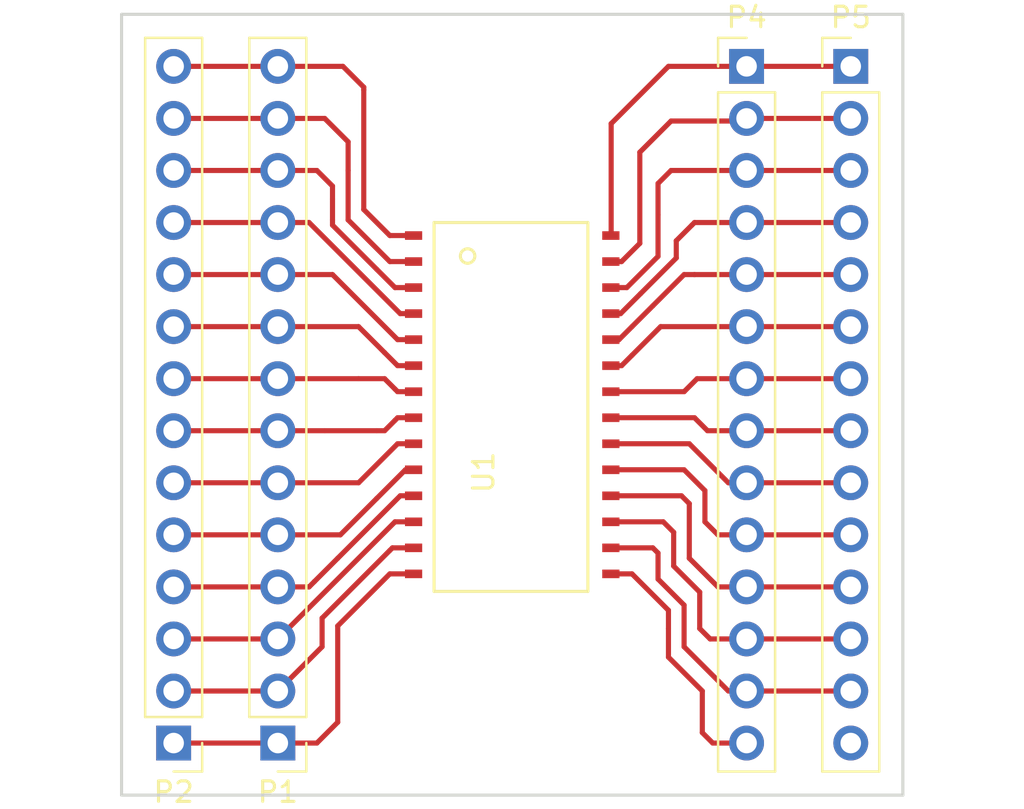
<source format=kicad_pcb>
(kicad_pcb (version 4) (host pcbnew 4.0.4-stable)

  (general
    (links 56)
    (no_connects 1)
    (area 0 0 0 0)
    (thickness 1.6)
    (drawings 4)
    (tracks 166)
    (zones 0)
    (modules 5)
    (nets 29)
  )

  (page A4)
  (layers
    (0 F.Cu signal)
    (31 B.Cu signal)
    (32 B.Adhes user)
    (33 F.Adhes user)
    (34 B.Paste user)
    (35 F.Paste user)
    (36 B.SilkS user)
    (37 F.SilkS user)
    (38 B.Mask user)
    (39 F.Mask user)
    (40 Dwgs.User user)
    (41 Cmts.User user)
    (42 Eco1.User user)
    (43 Eco2.User user)
    (44 Edge.Cuts user)
    (45 Margin user)
    (46 B.CrtYd user)
    (47 F.CrtYd user)
    (48 B.Fab user)
    (49 F.Fab user)
  )

  (setup
    (last_trace_width 0.25)
    (trace_clearance 0.4)
    (zone_clearance 0.508)
    (zone_45_only no)
    (trace_min 0.2)
    (segment_width 0.2)
    (edge_width 0.15)
    (via_size 0.6)
    (via_drill 0.4)
    (via_min_size 0.4)
    (via_min_drill 0.3)
    (uvia_size 0.3)
    (uvia_drill 0.1)
    (uvias_allowed no)
    (uvia_min_size 0.2)
    (uvia_min_drill 0.1)
    (pcb_text_width 0.3)
    (pcb_text_size 1.5 1.5)
    (mod_edge_width 0.15)
    (mod_text_size 1 1)
    (mod_text_width 0.15)
    (pad_size 1.524 1.524)
    (pad_drill 0.762)
    (pad_to_mask_clearance 0.2)
    (aux_axis_origin 0 0)
    (visible_elements 7FFFFFFF)
    (pcbplotparams
      (layerselection 0x00030_80000001)
      (usegerberextensions false)
      (excludeedgelayer true)
      (linewidth 0.100000)
      (plotframeref false)
      (viasonmask false)
      (mode 1)
      (useauxorigin false)
      (hpglpennumber 1)
      (hpglpenspeed 20)
      (hpglpendiameter 15)
      (hpglpenoverlay 2)
      (psnegative false)
      (psa4output false)
      (plotreference true)
      (plotvalue true)
      (plotinvisibletext false)
      (padsonsilk false)
      (subtractmaskfromsilk false)
      (outputformat 1)
      (mirror false)
      (drillshape 1)
      (scaleselection 1)
      (outputdirectory ""))
  )

  (net 0 "")
  (net 1 "Net-(P1-Pad1)")
  (net 2 "Net-(P1-Pad2)")
  (net 3 "Net-(P1-Pad3)")
  (net 4 "Net-(P1-Pad4)")
  (net 5 "Net-(P1-Pad5)")
  (net 6 "Net-(P1-Pad6)")
  (net 7 "Net-(P1-Pad7)")
  (net 8 "Net-(P1-Pad8)")
  (net 9 "Net-(P1-Pad9)")
  (net 10 "Net-(P1-Pad10)")
  (net 11 "Net-(P1-Pad11)")
  (net 12 "Net-(P1-Pad12)")
  (net 13 "Net-(P1-Pad13)")
  (net 14 "Net-(P1-Pad14)")
  (net 15 "Net-(P4-Pad1)")
  (net 16 "Net-(P4-Pad2)")
  (net 17 "Net-(P4-Pad3)")
  (net 18 "Net-(P4-Pad4)")
  (net 19 "Net-(P4-Pad5)")
  (net 20 "Net-(P4-Pad6)")
  (net 21 "Net-(P4-Pad7)")
  (net 22 "Net-(P4-Pad8)")
  (net 23 "Net-(P4-Pad9)")
  (net 24 "Net-(P4-Pad10)")
  (net 25 "Net-(P4-Pad11)")
  (net 26 "Net-(P4-Pad12)")
  (net 27 "Net-(P4-Pad13)")
  (net 28 "Net-(P4-Pad14)")

  (net_class Default "Ceci est la Netclass par défaut"
    (clearance 0.4)
    (trace_width 0.25)
    (via_dia 0.6)
    (via_drill 0.4)
    (uvia_dia 0.3)
    (uvia_drill 0.1)
    (add_net "Net-(P1-Pad1)")
    (add_net "Net-(P1-Pad10)")
    (add_net "Net-(P1-Pad11)")
    (add_net "Net-(P1-Pad12)")
    (add_net "Net-(P1-Pad13)")
    (add_net "Net-(P1-Pad14)")
    (add_net "Net-(P1-Pad2)")
    (add_net "Net-(P1-Pad3)")
    (add_net "Net-(P1-Pad4)")
    (add_net "Net-(P1-Pad5)")
    (add_net "Net-(P1-Pad6)")
    (add_net "Net-(P1-Pad7)")
    (add_net "Net-(P1-Pad8)")
    (add_net "Net-(P1-Pad9)")
    (add_net "Net-(P4-Pad1)")
    (add_net "Net-(P4-Pad10)")
    (add_net "Net-(P4-Pad11)")
    (add_net "Net-(P4-Pad12)")
    (add_net "Net-(P4-Pad13)")
    (add_net "Net-(P4-Pad14)")
    (add_net "Net-(P4-Pad2)")
    (add_net "Net-(P4-Pad3)")
    (add_net "Net-(P4-Pad4)")
    (add_net "Net-(P4-Pad5)")
    (add_net "Net-(P4-Pad6)")
    (add_net "Net-(P4-Pad7)")
    (add_net "Net-(P4-Pad8)")
    (add_net "Net-(P4-Pad9)")
  )

  (module Pin_Headers:Pin_Header_Straight_1x14_Pitch2.54mm (layer F.Cu) (tedit 58973F4F) (tstamp 58973E4B)
    (at 147.32 111.76 180)
    (descr "Through hole straight pin header, 1x14, 2.54mm pitch, single row")
    (tags "Through hole pin header THT 1x14 2.54mm single row")
    (path /58973433)
    (fp_text reference P1 (at 0 -2.39 180) (layer F.SilkS)
      (effects (font (size 1 1) (thickness 0.15)))
    )
    (fp_text value CONN_01X14 (at 12.7 17.78 270) (layer F.Fab)
      (effects (font (size 1 1) (thickness 0.15)))
    )
    (fp_line (start -1.27 -1.27) (end -1.27 34.29) (layer F.Fab) (width 0.1))
    (fp_line (start -1.27 34.29) (end 1.27 34.29) (layer F.Fab) (width 0.1))
    (fp_line (start 1.27 34.29) (end 1.27 -1.27) (layer F.Fab) (width 0.1))
    (fp_line (start 1.27 -1.27) (end -1.27 -1.27) (layer F.Fab) (width 0.1))
    (fp_line (start -1.39 1.27) (end -1.39 34.41) (layer F.SilkS) (width 0.12))
    (fp_line (start -1.39 34.41) (end 1.39 34.41) (layer F.SilkS) (width 0.12))
    (fp_line (start 1.39 34.41) (end 1.39 1.27) (layer F.SilkS) (width 0.12))
    (fp_line (start 1.39 1.27) (end -1.39 1.27) (layer F.SilkS) (width 0.12))
    (fp_line (start -1.39 0) (end -1.39 -1.39) (layer F.SilkS) (width 0.12))
    (fp_line (start -1.39 -1.39) (end 0 -1.39) (layer F.SilkS) (width 0.12))
    (fp_line (start -1.6 -1.6) (end -1.6 34.6) (layer F.CrtYd) (width 0.05))
    (fp_line (start -1.6 34.6) (end 1.6 34.6) (layer F.CrtYd) (width 0.05))
    (fp_line (start 1.6 34.6) (end 1.6 -1.6) (layer F.CrtYd) (width 0.05))
    (fp_line (start 1.6 -1.6) (end -1.6 -1.6) (layer F.CrtYd) (width 0.05))
    (pad 1 thru_hole rect (at 0 0 180) (size 1.7 1.7) (drill 1) (layers *.Cu *.Mask)
      (net 1 "Net-(P1-Pad1)"))
    (pad 2 thru_hole oval (at 0 2.54 180) (size 1.7 1.7) (drill 1) (layers *.Cu *.Mask)
      (net 2 "Net-(P1-Pad2)"))
    (pad 3 thru_hole oval (at 0 5.08 180) (size 1.7 1.7) (drill 1) (layers *.Cu *.Mask)
      (net 3 "Net-(P1-Pad3)"))
    (pad 4 thru_hole oval (at 0 7.62 180) (size 1.7 1.7) (drill 1) (layers *.Cu *.Mask)
      (net 4 "Net-(P1-Pad4)"))
    (pad 5 thru_hole oval (at 0 10.16 180) (size 1.7 1.7) (drill 1) (layers *.Cu *.Mask)
      (net 5 "Net-(P1-Pad5)"))
    (pad 6 thru_hole oval (at 0 12.7 180) (size 1.7 1.7) (drill 1) (layers *.Cu *.Mask)
      (net 6 "Net-(P1-Pad6)"))
    (pad 7 thru_hole oval (at 0 15.24 180) (size 1.7 1.7) (drill 1) (layers *.Cu *.Mask)
      (net 7 "Net-(P1-Pad7)"))
    (pad 8 thru_hole oval (at 0 17.78 180) (size 1.7 1.7) (drill 1) (layers *.Cu *.Mask)
      (net 8 "Net-(P1-Pad8)"))
    (pad 9 thru_hole oval (at 0 20.32 180) (size 1.7 1.7) (drill 1) (layers *.Cu *.Mask)
      (net 9 "Net-(P1-Pad9)"))
    (pad 10 thru_hole oval (at 0 22.86 180) (size 1.7 1.7) (drill 1) (layers *.Cu *.Mask)
      (net 10 "Net-(P1-Pad10)"))
    (pad 11 thru_hole oval (at 0 25.4 180) (size 1.7 1.7) (drill 1) (layers *.Cu *.Mask)
      (net 11 "Net-(P1-Pad11)"))
    (pad 12 thru_hole oval (at 0 27.94 180) (size 1.7 1.7) (drill 1) (layers *.Cu *.Mask)
      (net 12 "Net-(P1-Pad12)"))
    (pad 13 thru_hole oval (at 0 30.48 180) (size 1.7 1.7) (drill 1) (layers *.Cu *.Mask)
      (net 13 "Net-(P1-Pad13)"))
    (pad 14 thru_hole oval (at 0 33.02 180) (size 1.7 1.7) (drill 1) (layers *.Cu *.Mask)
      (net 14 "Net-(P1-Pad14)"))
    (model Pin_Headers.3dshapes/Pin_Header_Straight_1x14_Pitch2.54mm.wrl
      (at (xyz 0 -0.65 0))
      (scale (xyz 1 1 1))
      (rotate (xyz 0 0 90))
    )
  )

  (module Pin_Headers:Pin_Header_Straight_1x14_Pitch2.54mm (layer F.Cu) (tedit 58973F4A) (tstamp 58973E5D)
    (at 142.24 111.76 180)
    (descr "Through hole straight pin header, 1x14, 2.54mm pitch, single row")
    (tags "Through hole pin header THT 1x14 2.54mm single row")
    (path /589733BE)
    (fp_text reference P2 (at 0 -2.39 180) (layer F.SilkS)
      (effects (font (size 1 1) (thickness 0.15)))
    )
    (fp_text value CONN_01X14 (at 5.08 17.78 270) (layer F.Fab)
      (effects (font (size 1 1) (thickness 0.15)))
    )
    (fp_line (start -1.27 -1.27) (end -1.27 34.29) (layer F.Fab) (width 0.1))
    (fp_line (start -1.27 34.29) (end 1.27 34.29) (layer F.Fab) (width 0.1))
    (fp_line (start 1.27 34.29) (end 1.27 -1.27) (layer F.Fab) (width 0.1))
    (fp_line (start 1.27 -1.27) (end -1.27 -1.27) (layer F.Fab) (width 0.1))
    (fp_line (start -1.39 1.27) (end -1.39 34.41) (layer F.SilkS) (width 0.12))
    (fp_line (start -1.39 34.41) (end 1.39 34.41) (layer F.SilkS) (width 0.12))
    (fp_line (start 1.39 34.41) (end 1.39 1.27) (layer F.SilkS) (width 0.12))
    (fp_line (start 1.39 1.27) (end -1.39 1.27) (layer F.SilkS) (width 0.12))
    (fp_line (start -1.39 0) (end -1.39 -1.39) (layer F.SilkS) (width 0.12))
    (fp_line (start -1.39 -1.39) (end 0 -1.39) (layer F.SilkS) (width 0.12))
    (fp_line (start -1.6 -1.6) (end -1.6 34.6) (layer F.CrtYd) (width 0.05))
    (fp_line (start -1.6 34.6) (end 1.6 34.6) (layer F.CrtYd) (width 0.05))
    (fp_line (start 1.6 34.6) (end 1.6 -1.6) (layer F.CrtYd) (width 0.05))
    (fp_line (start 1.6 -1.6) (end -1.6 -1.6) (layer F.CrtYd) (width 0.05))
    (pad 1 thru_hole rect (at 0 0 180) (size 1.7 1.7) (drill 1) (layers *.Cu *.Mask)
      (net 1 "Net-(P1-Pad1)"))
    (pad 2 thru_hole oval (at 0 2.54 180) (size 1.7 1.7) (drill 1) (layers *.Cu *.Mask)
      (net 2 "Net-(P1-Pad2)"))
    (pad 3 thru_hole oval (at 0 5.08 180) (size 1.7 1.7) (drill 1) (layers *.Cu *.Mask)
      (net 3 "Net-(P1-Pad3)"))
    (pad 4 thru_hole oval (at 0 7.62 180) (size 1.7 1.7) (drill 1) (layers *.Cu *.Mask)
      (net 4 "Net-(P1-Pad4)"))
    (pad 5 thru_hole oval (at 0 10.16 180) (size 1.7 1.7) (drill 1) (layers *.Cu *.Mask)
      (net 5 "Net-(P1-Pad5)"))
    (pad 6 thru_hole oval (at 0 12.7 180) (size 1.7 1.7) (drill 1) (layers *.Cu *.Mask)
      (net 6 "Net-(P1-Pad6)"))
    (pad 7 thru_hole oval (at 0 15.24 180) (size 1.7 1.7) (drill 1) (layers *.Cu *.Mask)
      (net 7 "Net-(P1-Pad7)"))
    (pad 8 thru_hole oval (at 0 17.78 180) (size 1.7 1.7) (drill 1) (layers *.Cu *.Mask)
      (net 8 "Net-(P1-Pad8)"))
    (pad 9 thru_hole oval (at 0 20.32 180) (size 1.7 1.7) (drill 1) (layers *.Cu *.Mask)
      (net 9 "Net-(P1-Pad9)"))
    (pad 10 thru_hole oval (at 0 22.86 180) (size 1.7 1.7) (drill 1) (layers *.Cu *.Mask)
      (net 10 "Net-(P1-Pad10)"))
    (pad 11 thru_hole oval (at 0 25.4 180) (size 1.7 1.7) (drill 1) (layers *.Cu *.Mask)
      (net 11 "Net-(P1-Pad11)"))
    (pad 12 thru_hole oval (at 0 27.94 180) (size 1.7 1.7) (drill 1) (layers *.Cu *.Mask)
      (net 12 "Net-(P1-Pad12)"))
    (pad 13 thru_hole oval (at 0 30.48 180) (size 1.7 1.7) (drill 1) (layers *.Cu *.Mask)
      (net 13 "Net-(P1-Pad13)"))
    (pad 14 thru_hole oval (at 0 33.02 180) (size 1.7 1.7) (drill 1) (layers *.Cu *.Mask)
      (net 14 "Net-(P1-Pad14)"))
    (model Pin_Headers.3dshapes/Pin_Header_Straight_1x14_Pitch2.54mm.wrl
      (at (xyz 0 -0.65 0))
      (scale (xyz 1 1 1))
      (rotate (xyz 0 0 90))
    )
  )

  (module Pin_Headers:Pin_Header_Straight_1x14_Pitch2.54mm (layer F.Cu) (tedit 58973F56) (tstamp 58973E6F)
    (at 170.18 78.74)
    (descr "Through hole straight pin header, 1x14, 2.54mm pitch, single row")
    (tags "Through hole pin header THT 1x14 2.54mm single row")
    (path /58973328)
    (fp_text reference P4 (at 0 -2.39) (layer F.SilkS)
      (effects (font (size 1 1) (thickness 0.15)))
    )
    (fp_text value CONN_01X14 (at 12.7 15.24 90) (layer F.Fab)
      (effects (font (size 1 1) (thickness 0.15)))
    )
    (fp_line (start -1.27 -1.27) (end -1.27 34.29) (layer F.Fab) (width 0.1))
    (fp_line (start -1.27 34.29) (end 1.27 34.29) (layer F.Fab) (width 0.1))
    (fp_line (start 1.27 34.29) (end 1.27 -1.27) (layer F.Fab) (width 0.1))
    (fp_line (start 1.27 -1.27) (end -1.27 -1.27) (layer F.Fab) (width 0.1))
    (fp_line (start -1.39 1.27) (end -1.39 34.41) (layer F.SilkS) (width 0.12))
    (fp_line (start -1.39 34.41) (end 1.39 34.41) (layer F.SilkS) (width 0.12))
    (fp_line (start 1.39 34.41) (end 1.39 1.27) (layer F.SilkS) (width 0.12))
    (fp_line (start 1.39 1.27) (end -1.39 1.27) (layer F.SilkS) (width 0.12))
    (fp_line (start -1.39 0) (end -1.39 -1.39) (layer F.SilkS) (width 0.12))
    (fp_line (start -1.39 -1.39) (end 0 -1.39) (layer F.SilkS) (width 0.12))
    (fp_line (start -1.6 -1.6) (end -1.6 34.6) (layer F.CrtYd) (width 0.05))
    (fp_line (start -1.6 34.6) (end 1.6 34.6) (layer F.CrtYd) (width 0.05))
    (fp_line (start 1.6 34.6) (end 1.6 -1.6) (layer F.CrtYd) (width 0.05))
    (fp_line (start 1.6 -1.6) (end -1.6 -1.6) (layer F.CrtYd) (width 0.05))
    (pad 1 thru_hole rect (at 0 0) (size 1.7 1.7) (drill 1) (layers *.Cu *.Mask)
      (net 15 "Net-(P4-Pad1)"))
    (pad 2 thru_hole oval (at 0 2.54) (size 1.7 1.7) (drill 1) (layers *.Cu *.Mask)
      (net 16 "Net-(P4-Pad2)"))
    (pad 3 thru_hole oval (at 0 5.08) (size 1.7 1.7) (drill 1) (layers *.Cu *.Mask)
      (net 17 "Net-(P4-Pad3)"))
    (pad 4 thru_hole oval (at 0 7.62) (size 1.7 1.7) (drill 1) (layers *.Cu *.Mask)
      (net 18 "Net-(P4-Pad4)"))
    (pad 5 thru_hole oval (at 0 10.16) (size 1.7 1.7) (drill 1) (layers *.Cu *.Mask)
      (net 19 "Net-(P4-Pad5)"))
    (pad 6 thru_hole oval (at 0 12.7) (size 1.7 1.7) (drill 1) (layers *.Cu *.Mask)
      (net 20 "Net-(P4-Pad6)"))
    (pad 7 thru_hole oval (at 0 15.24) (size 1.7 1.7) (drill 1) (layers *.Cu *.Mask)
      (net 21 "Net-(P4-Pad7)"))
    (pad 8 thru_hole oval (at 0 17.78) (size 1.7 1.7) (drill 1) (layers *.Cu *.Mask)
      (net 22 "Net-(P4-Pad8)"))
    (pad 9 thru_hole oval (at 0 20.32) (size 1.7 1.7) (drill 1) (layers *.Cu *.Mask)
      (net 23 "Net-(P4-Pad9)"))
    (pad 10 thru_hole oval (at 0 22.86) (size 1.7 1.7) (drill 1) (layers *.Cu *.Mask)
      (net 24 "Net-(P4-Pad10)"))
    (pad 11 thru_hole oval (at 0 25.4) (size 1.7 1.7) (drill 1) (layers *.Cu *.Mask)
      (net 25 "Net-(P4-Pad11)"))
    (pad 12 thru_hole oval (at 0 27.94) (size 1.7 1.7) (drill 1) (layers *.Cu *.Mask)
      (net 26 "Net-(P4-Pad12)"))
    (pad 13 thru_hole oval (at 0 30.48) (size 1.7 1.7) (drill 1) (layers *.Cu *.Mask)
      (net 27 "Net-(P4-Pad13)"))
    (pad 14 thru_hole oval (at 0 33.02) (size 1.7 1.7) (drill 1) (layers *.Cu *.Mask)
      (net 28 "Net-(P4-Pad14)"))
    (model Pin_Headers.3dshapes/Pin_Header_Straight_1x14_Pitch2.54mm.wrl
      (at (xyz 0 -0.65 0))
      (scale (xyz 1 1 1))
      (rotate (xyz 0 0 90))
    )
  )

  (module Pin_Headers:Pin_Header_Straight_1x14_Pitch2.54mm (layer F.Cu) (tedit 58973F53) (tstamp 58973E81)
    (at 175.26 78.74)
    (descr "Through hole straight pin header, 1x14, 2.54mm pitch, single row")
    (tags "Through hole pin header THT 1x14 2.54mm single row")
    (path /58973375)
    (fp_text reference P5 (at 0 -2.39) (layer F.SilkS)
      (effects (font (size 1 1) (thickness 0.15)))
    )
    (fp_text value CONN_01X14 (at 5.08 15.24 90) (layer F.Fab)
      (effects (font (size 1 1) (thickness 0.15)))
    )
    (fp_line (start -1.27 -1.27) (end -1.27 34.29) (layer F.Fab) (width 0.1))
    (fp_line (start -1.27 34.29) (end 1.27 34.29) (layer F.Fab) (width 0.1))
    (fp_line (start 1.27 34.29) (end 1.27 -1.27) (layer F.Fab) (width 0.1))
    (fp_line (start 1.27 -1.27) (end -1.27 -1.27) (layer F.Fab) (width 0.1))
    (fp_line (start -1.39 1.27) (end -1.39 34.41) (layer F.SilkS) (width 0.12))
    (fp_line (start -1.39 34.41) (end 1.39 34.41) (layer F.SilkS) (width 0.12))
    (fp_line (start 1.39 34.41) (end 1.39 1.27) (layer F.SilkS) (width 0.12))
    (fp_line (start 1.39 1.27) (end -1.39 1.27) (layer F.SilkS) (width 0.12))
    (fp_line (start -1.39 0) (end -1.39 -1.39) (layer F.SilkS) (width 0.12))
    (fp_line (start -1.39 -1.39) (end 0 -1.39) (layer F.SilkS) (width 0.12))
    (fp_line (start -1.6 -1.6) (end -1.6 34.6) (layer F.CrtYd) (width 0.05))
    (fp_line (start -1.6 34.6) (end 1.6 34.6) (layer F.CrtYd) (width 0.05))
    (fp_line (start 1.6 34.6) (end 1.6 -1.6) (layer F.CrtYd) (width 0.05))
    (fp_line (start 1.6 -1.6) (end -1.6 -1.6) (layer F.CrtYd) (width 0.05))
    (pad 1 thru_hole rect (at 0 0) (size 1.7 1.7) (drill 1) (layers *.Cu *.Mask)
      (net 15 "Net-(P4-Pad1)"))
    (pad 2 thru_hole oval (at 0 2.54) (size 1.7 1.7) (drill 1) (layers *.Cu *.Mask)
      (net 16 "Net-(P4-Pad2)"))
    (pad 3 thru_hole oval (at 0 5.08) (size 1.7 1.7) (drill 1) (layers *.Cu *.Mask)
      (net 17 "Net-(P4-Pad3)"))
    (pad 4 thru_hole oval (at 0 7.62) (size 1.7 1.7) (drill 1) (layers *.Cu *.Mask)
      (net 18 "Net-(P4-Pad4)"))
    (pad 5 thru_hole oval (at 0 10.16) (size 1.7 1.7) (drill 1) (layers *.Cu *.Mask)
      (net 19 "Net-(P4-Pad5)"))
    (pad 6 thru_hole oval (at 0 12.7) (size 1.7 1.7) (drill 1) (layers *.Cu *.Mask)
      (net 20 "Net-(P4-Pad6)"))
    (pad 7 thru_hole oval (at 0 15.24) (size 1.7 1.7) (drill 1) (layers *.Cu *.Mask)
      (net 21 "Net-(P4-Pad7)"))
    (pad 8 thru_hole oval (at 0 17.78) (size 1.7 1.7) (drill 1) (layers *.Cu *.Mask)
      (net 22 "Net-(P4-Pad8)"))
    (pad 9 thru_hole oval (at 0 20.32) (size 1.7 1.7) (drill 1) (layers *.Cu *.Mask)
      (net 23 "Net-(P4-Pad9)"))
    (pad 10 thru_hole oval (at 0 22.86) (size 1.7 1.7) (drill 1) (layers *.Cu *.Mask)
      (net 24 "Net-(P4-Pad10)"))
    (pad 11 thru_hole oval (at 0 25.4) (size 1.7 1.7) (drill 1) (layers *.Cu *.Mask)
      (net 25 "Net-(P4-Pad11)"))
    (pad 12 thru_hole oval (at 0 27.94) (size 1.7 1.7) (drill 1) (layers *.Cu *.Mask)
      (net 26 "Net-(P4-Pad12)"))
    (pad 13 thru_hole oval (at 0 30.48) (size 1.7 1.7) (drill 1) (layers *.Cu *.Mask)
      (net 27 "Net-(P4-Pad13)"))
    (pad 14 thru_hole oval (at 0 33.02) (size 1.7 1.7) (drill 1) (layers *.Cu *.Mask)
      (net 28 "Net-(P4-Pad14)"))
    (model Pin_Headers.3dshapes/Pin_Header_Straight_1x14_Pitch2.54mm.wrl
      (at (xyz 0 -0.65 0))
      (scale (xyz 1 1 1))
      (rotate (xyz 0 0 90))
    )
  )

  (module "mod_reveil:MAX6921 - SOP28" (layer F.Cu) (tedit 588A2117) (tstamp 58973EA1)
    (at 154.94 86.36 270)
    (path /589776E1)
    (fp_text reference U1 (at 12.192 -2.413 270) (layer F.SilkS)
      (effects (font (size 1 1) (thickness 0.15)))
    )
    (fp_text value MAX6902 (at 9.271 -5.969 270) (layer F.Fab)
      (effects (font (size 1 1) (thickness 0.15)))
    )
    (fp_line (start 18 -7.5) (end 18 0) (layer F.SilkS) (width 0.15))
    (fp_line (start 0 0) (end 0 -7.5) (layer F.SilkS) (width 0.15))
    (fp_circle (center 1.635 -1.635) (end 1.885 -1.385) (layer F.SilkS) (width 0.15))
    (fp_line (start 0 0) (end 18 0) (layer F.SilkS) (width 0.15))
    (fp_line (start 18 -7.5) (end 0 -7.5) (layer F.SilkS) (width 0.15))
    (pad 1 smd rect (at 0.635 1 270) (size 0.42 0.84) (layers F.Cu F.Paste F.Mask)
      (net 14 "Net-(P1-Pad14)"))
    (pad 2 smd rect (at 1.905 1 270) (size 0.42 0.84) (layers F.Cu F.Paste F.Mask)
      (net 13 "Net-(P1-Pad13)"))
    (pad 3 smd rect (at 3.175 1 270) (size 0.42 0.84) (layers F.Cu F.Paste F.Mask)
      (net 12 "Net-(P1-Pad12)"))
    (pad 4 smd rect (at 4.445 1 270) (size 0.42 0.84) (layers F.Cu F.Paste F.Mask)
      (net 11 "Net-(P1-Pad11)"))
    (pad 5 smd rect (at 5.715 1 270) (size 0.42 0.84) (layers F.Cu F.Paste F.Mask)
      (net 10 "Net-(P1-Pad10)"))
    (pad 6 smd rect (at 6.985 1 270) (size 0.42 0.84) (layers F.Cu F.Paste F.Mask)
      (net 9 "Net-(P1-Pad9)"))
    (pad 7 smd rect (at 8.255 1 270) (size 0.42 0.84) (layers F.Cu F.Paste F.Mask)
      (net 8 "Net-(P1-Pad8)"))
    (pad 8 smd rect (at 9.525 1 270) (size 0.42 0.84) (layers F.Cu F.Paste F.Mask)
      (net 7 "Net-(P1-Pad7)"))
    (pad 9 smd rect (at 10.795 1 270) (size 0.42 0.84) (layers F.Cu F.Paste F.Mask)
      (net 6 "Net-(P1-Pad6)"))
    (pad 10 smd rect (at 12.065 1 270) (size 0.42 0.84) (layers F.Cu F.Paste F.Mask)
      (net 5 "Net-(P1-Pad5)"))
    (pad 11 smd rect (at 13.335 1 270) (size 0.42 0.84) (layers F.Cu F.Paste F.Mask)
      (net 4 "Net-(P1-Pad4)"))
    (pad 12 smd rect (at 14.605 1 270) (size 0.42 0.84) (layers F.Cu F.Paste F.Mask)
      (net 3 "Net-(P1-Pad3)"))
    (pad 13 smd rect (at 15.875 1 270) (size 0.42 0.84) (layers F.Cu F.Paste F.Mask)
      (net 2 "Net-(P1-Pad2)"))
    (pad 14 smd rect (at 17.145 1 270) (size 0.42 0.84) (layers F.Cu F.Paste F.Mask)
      (net 1 "Net-(P1-Pad1)"))
    (pad 15 smd rect (at 17.145 -8.62 270) (size 0.42 0.84) (layers F.Cu F.Paste F.Mask)
      (net 28 "Net-(P4-Pad14)"))
    (pad 16 smd rect (at 15.875 -8.62 270) (size 0.42 0.84) (layers F.Cu F.Paste F.Mask)
      (net 27 "Net-(P4-Pad13)"))
    (pad 17 smd rect (at 14.605 -8.62 270) (size 0.42 0.84) (layers F.Cu F.Paste F.Mask)
      (net 26 "Net-(P4-Pad12)"))
    (pad 18 smd rect (at 13.335 -8.62 270) (size 0.42 0.84) (layers F.Cu F.Paste F.Mask)
      (net 25 "Net-(P4-Pad11)"))
    (pad 19 smd rect (at 12.065 -8.62 270) (size 0.42 0.84) (layers F.Cu F.Paste F.Mask)
      (net 24 "Net-(P4-Pad10)"))
    (pad 20 smd rect (at 10.795 -8.62 270) (size 0.42 0.84) (layers F.Cu F.Paste F.Mask)
      (net 23 "Net-(P4-Pad9)"))
    (pad 21 smd rect (at 9.525 -8.62 270) (size 0.42 0.84) (layers F.Cu F.Paste F.Mask)
      (net 22 "Net-(P4-Pad8)"))
    (pad 22 smd rect (at 8.255 -8.62 270) (size 0.42 0.84) (layers F.Cu F.Paste F.Mask)
      (net 21 "Net-(P4-Pad7)"))
    (pad 23 smd rect (at 6.985 -8.62 270) (size 0.42 0.84) (layers F.Cu F.Paste F.Mask)
      (net 20 "Net-(P4-Pad6)"))
    (pad 24 smd rect (at 5.715 -8.62 270) (size 0.42 0.84) (layers F.Cu F.Paste F.Mask)
      (net 19 "Net-(P4-Pad5)"))
    (pad 25 smd rect (at 4.445 -8.62 270) (size 0.42 0.84) (layers F.Cu F.Paste F.Mask)
      (net 18 "Net-(P4-Pad4)"))
    (pad 26 smd rect (at 3.175 -8.62 270) (size 0.42 0.84) (layers F.Cu F.Paste F.Mask)
      (net 17 "Net-(P4-Pad3)"))
    (pad 27 smd rect (at 1.905 -8.62 270) (size 0.42 0.84) (layers F.Cu F.Paste F.Mask)
      (net 16 "Net-(P4-Pad2)"))
    (pad 28 smd rect (at 0.635 -8.62 270) (size 0.42 0.84) (layers F.Cu F.Paste F.Mask)
      (net 15 "Net-(P4-Pad1)"))
  )

  (gr_line (start 177.8 76.2) (end 139.7 76.2) (angle 90) (layer Edge.Cuts) (width 0.15))
  (gr_line (start 177.8 114.3) (end 177.8 76.2) (angle 90) (layer Edge.Cuts) (width 0.15))
  (gr_line (start 139.7 114.3) (end 177.8 114.3) (angle 90) (layer Edge.Cuts) (width 0.15))
  (gr_line (start 139.7 76.2) (end 139.7 114.3) (angle 90) (layer Edge.Cuts) (width 0.15))

  (segment (start 147.32 111.76) (end 142.24 111.76) (width 0.25) (layer F.Cu) (net 1) (status C00000))
  (segment (start 147.32 111.76) (end 149.225 111.76) (width 0.25) (layer F.Cu) (net 1) (status 400000))
  (segment (start 150.241 106.045) (end 150.241 110.744) (width 0.25) (layer F.Cu) (net 1) (tstamp 589746D8))
  (segment (start 150.241 110.744) (end 149.225 111.76) (width 0.25) (layer F.Cu) (net 1) (tstamp 589746DB))
  (segment (start 152.781 103.505) (end 153.94 103.505) (width 0.25) (layer F.Cu) (net 1) (status 800000))
  (segment (start 152.781 103.505) (end 150.241 106.045) (width 0.25) (layer F.Cu) (net 1))
  (segment (start 142.24 109.22) (end 147.32 109.22) (width 0.25) (layer F.Cu) (net 2) (status C00000))
  (segment (start 152.781 102.362) (end 152.908 102.235) (width 0.25) (layer F.Cu) (net 2))
  (segment (start 149.479 107.061) (end 149.479 105.664) (width 0.25) (layer F.Cu) (net 2) (tstamp 589746C0))
  (segment (start 149.479 105.664) (end 152.781 102.362) (width 0.25) (layer F.Cu) (net 2) (tstamp 589746C5))
  (segment (start 147.32 109.22) (end 149.479 107.061) (width 0.25) (layer F.Cu) (net 2) (status 400000))
  (segment (start 152.908 102.235) (end 153.94 102.235) (width 0.25) (layer F.Cu) (net 2) (tstamp 589746CA) (status 800000))
  (segment (start 147.32 106.68) (end 142.24 106.68) (width 0.25) (layer F.Cu) (net 3) (status C00000))
  (segment (start 147.32 106.68) (end 153.035 100.965) (width 0.25) (layer F.Cu) (net 3) (status 400000))
  (segment (start 153.035 100.965) (end 153.94 100.965) (width 0.25) (layer F.Cu) (net 3) (tstamp 589746B8) (status 800000))
  (segment (start 142.24 104.14) (end 147.32 104.14) (width 0.25) (layer F.Cu) (net 4) (status C00000))
  (segment (start 149.098 103.886) (end 148.844 104.14) (width 0.25) (layer F.Cu) (net 4))
  (segment (start 150.241 102.743) (end 149.098 103.886) (width 0.25) (layer F.Cu) (net 4) (tstamp 589746A3))
  (segment (start 153.94 99.695) (end 153.289 99.695) (width 0.25) (layer F.Cu) (net 4) (status 400000))
  (segment (start 153.289 99.695) (end 150.241 102.743) (width 0.25) (layer F.Cu) (net 4))
  (segment (start 148.844 104.14) (end 147.32 104.14) (width 0.25) (layer F.Cu) (net 4) (tstamp 589746B5) (status 800000))
  (segment (start 147.32 101.6) (end 142.24 101.6) (width 0.25) (layer F.Cu) (net 5) (status C00000))
  (segment (start 153.543 98.425) (end 152.146 99.822) (width 0.25) (layer F.Cu) (net 5) (status 400000))
  (segment (start 150.368 101.6) (end 152.146 99.822) (width 0.25) (layer F.Cu) (net 5) (tstamp 58974678))
  (segment (start 150.368 101.6) (end 147.32 101.6) (width 0.25) (layer F.Cu) (net 5) (status 800000))
  (segment (start 153.543 98.425) (end 153.94 98.425) (width 0.25) (layer F.Cu) (net 5) (tstamp 5897468D) (status C00000))
  (segment (start 142.24 99.06) (end 147.32 99.06) (width 0.25) (layer F.Cu) (net 6) (status C00000))
  (segment (start 151.257 99.06) (end 153.162 97.155) (width 0.25) (layer F.Cu) (net 6))
  (segment (start 153.162 97.155) (end 153.94 97.155) (width 0.25) (layer F.Cu) (net 6) (tstamp 58974672) (status 800000))
  (segment (start 147.32 99.06) (end 151.257 99.06) (width 0.25) (layer F.Cu) (net 6) (status 400000))
  (segment (start 147.32 96.52) (end 142.24 96.52) (width 0.25) (layer F.Cu) (net 7) (status C00000))
  (segment (start 153.035 96.012) (end 153.162 95.885) (width 0.25) (layer F.Cu) (net 7))
  (segment (start 152.146 96.52) (end 152.527 96.52) (width 0.25) (layer F.Cu) (net 7) (tstamp 5897465D))
  (segment (start 152.527 96.52) (end 153.035 96.012) (width 0.25) (layer F.Cu) (net 7) (tstamp 5897465F))
  (segment (start 147.32 96.52) (end 149.606 96.52) (width 0.25) (layer F.Cu) (net 7) (status 400000))
  (segment (start 149.606 96.52) (end 152.146 96.52) (width 0.25) (layer F.Cu) (net 7))
  (segment (start 153.162 95.885) (end 153.94 95.885) (width 0.25) (layer F.Cu) (net 7) (tstamp 58974667) (status 800000))
  (segment (start 147.32 93.98) (end 142.24 93.98) (width 0.25) (layer F.Cu) (net 8) (status C00000))
  (segment (start 153.035 94.488) (end 153.162 94.615) (width 0.25) (layer F.Cu) (net 8))
  (segment (start 152.527 93.98) (end 153.035 94.488) (width 0.25) (layer F.Cu) (net 8) (tstamp 5897464E))
  (segment (start 147.32 93.98) (end 151.257 93.98) (width 0.25) (layer F.Cu) (net 8) (status 400000))
  (segment (start 151.257 93.98) (end 152.527 93.98) (width 0.25) (layer F.Cu) (net 8))
  (segment (start 153.162 94.615) (end 153.94 94.615) (width 0.25) (layer F.Cu) (net 8) (tstamp 58974655) (status 800000))
  (segment (start 142.24 91.44) (end 147.32 91.44) (width 0.25) (layer F.Cu) (net 9) (status C00000))
  (segment (start 152.527 92.71) (end 153.162 93.345) (width 0.25) (layer F.Cu) (net 9))
  (segment (start 151.257 91.44) (end 152.527 92.71) (width 0.25) (layer F.Cu) (net 9) (tstamp 5897463D))
  (segment (start 147.32 91.44) (end 151.257 91.44) (width 0.25) (layer F.Cu) (net 9) (status 400000))
  (segment (start 153.162 93.345) (end 153.94 93.345) (width 0.25) (layer F.Cu) (net 9) (tstamp 58974645) (status 800000))
  (segment (start 147.32 88.9) (end 142.24 88.9) (width 0.25) (layer F.Cu) (net 10) (status C00000))
  (segment (start 149.987 88.9) (end 153.162 92.075) (width 0.25) (layer F.Cu) (net 10))
  (segment (start 147.32 88.9) (end 149.987 88.9) (width 0.25) (layer F.Cu) (net 10) (status 400000))
  (segment (start 153.162 92.075) (end 153.94 92.075) (width 0.25) (layer F.Cu) (net 10) (tstamp 58974638) (status 800000))
  (segment (start 142.24 86.36) (end 147.32 86.36) (width 0.25) (layer F.Cu) (net 11) (status C00000))
  (segment (start 148.844 86.36) (end 153.289 90.805) (width 0.25) (layer F.Cu) (net 11))
  (segment (start 147.32 86.36) (end 148.844 86.36) (width 0.25) (layer F.Cu) (net 11) (status 400000))
  (segment (start 153.289 90.805) (end 153.94 90.805) (width 0.25) (layer F.Cu) (net 11) (tstamp 58974630) (status 800000))
  (segment (start 147.32 83.82) (end 142.24 83.82) (width 0.25) (layer F.Cu) (net 12) (status C00000))
  (segment (start 152.146 88.646) (end 153.035 89.535) (width 0.25) (layer F.Cu) (net 12))
  (segment (start 149.987 86.233) (end 149.987 86.487) (width 0.25) (layer F.Cu) (net 12) (tstamp 58974623))
  (segment (start 149.987 86.487) (end 152.146 88.646) (width 0.25) (layer F.Cu) (net 12) (tstamp 58974625))
  (segment (start 149.225 83.82) (end 149.987 84.582) (width 0.25) (layer F.Cu) (net 12))
  (segment (start 147.32 83.82) (end 149.225 83.82) (width 0.25) (layer F.Cu) (net 12) (status 400000))
  (segment (start 149.987 84.582) (end 149.987 85.217) (width 0.25) (layer F.Cu) (net 12) (tstamp 5897461D))
  (segment (start 149.987 85.217) (end 149.987 86.233) (width 0.25) (layer F.Cu) (net 12))
  (segment (start 153.035 89.535) (end 153.94 89.535) (width 0.25) (layer F.Cu) (net 12) (tstamp 5897462B) (status 800000))
  (segment (start 142.24 81.28) (end 147.32 81.28) (width 0.25) (layer F.Cu) (net 13) (status C00000))
  (segment (start 150.749 82.423) (end 149.606 81.28) (width 0.25) (layer F.Cu) (net 13))
  (segment (start 149.606 81.28) (end 147.32 81.28) (width 0.25) (layer F.Cu) (net 13) (tstamp 58974614) (status 800000))
  (segment (start 150.749 82.423) (end 150.749 83.82) (width 0.25) (layer F.Cu) (net 13) (tstamp 58974612))
  (segment (start 150.749 86.233) (end 150.749 83.82) (width 0.25) (layer F.Cu) (net 13) (tstamp 5897460A))
  (segment (start 152.781 88.265) (end 153.94 88.265) (width 0.25) (layer F.Cu) (net 13) (status 800000))
  (segment (start 152.781 88.265) (end 150.749 86.233) (width 0.25) (layer F.Cu) (net 13))
  (segment (start 147.32 78.74) (end 142.24 78.74) (width 0.25) (layer F.Cu) (net 14) (status C00000))
  (segment (start 150.495 78.74) (end 151.511 79.756) (width 0.25) (layer F.Cu) (net 14))
  (segment (start 147.32 78.74) (end 150.495 78.74) (width 0.25) (layer F.Cu) (net 14) (status 400000))
  (segment (start 151.511 79.756) (end 151.511 79.883) (width 0.25) (layer F.Cu) (net 14) (tstamp 58974601))
  (segment (start 152.781 86.995) (end 151.511 85.725) (width 0.25) (layer F.Cu) (net 14))
  (segment (start 153.94 86.995) (end 152.781 86.995) (width 0.25) (layer F.Cu) (net 14) (status 400000))
  (segment (start 151.511 85.725) (end 151.511 79.883) (width 0.25) (layer F.Cu) (net 14) (tstamp 589745F9))
  (segment (start 170.18 78.74) (end 175.26 78.74) (width 0.25) (layer F.Cu) (net 15))
  (segment (start 163.56 86.995) (end 163.576 86.979) (width 0.25) (layer F.Cu) (net 15))
  (segment (start 163.576 86.979) (end 163.576 81.534) (width 0.25) (layer F.Cu) (net 15) (tstamp 5897438C))
  (segment (start 163.576 81.534) (end 166.37 78.74) (width 0.25) (layer F.Cu) (net 15) (tstamp 5897438D))
  (segment (start 166.37 78.74) (end 170.18 78.74) (width 0.25) (layer F.Cu) (net 15) (tstamp 58974394))
  (segment (start 175.26 81.28) (end 170.18 81.28) (width 0.25) (layer F.Cu) (net 16))
  (segment (start 164.973 87.376) (end 164.084 88.265) (width 0.25) (layer F.Cu) (net 16))
  (segment (start 164.084 88.265) (end 163.56 88.265) (width 0.25) (layer F.Cu) (net 16) (tstamp 58974424))
  (segment (start 164.973 82.931) (end 166.497 81.407) (width 0.25) (layer F.Cu) (net 16))
  (segment (start 166.497 81.407) (end 170.053 81.407) (width 0.25) (layer F.Cu) (net 16) (tstamp 58974419))
  (segment (start 164.973 87.376) (end 164.973 82.931) (width 0.25) (layer F.Cu) (net 16) (tstamp 589743EF))
  (segment (start 170.053 81.407) (end 170.18 81.28) (width 0.25) (layer F.Cu) (net 16) (tstamp 58974404))
  (segment (start 175.26 83.82) (end 170.18 83.82) (width 0.25) (layer F.Cu) (net 17))
  (segment (start 163.56 89.535) (end 164.338 89.535) (width 0.25) (layer F.Cu) (net 17))
  (segment (start 165.862 88.011) (end 165.862 85.979) (width 0.25) (layer F.Cu) (net 17))
  (segment (start 165.862 84.455) (end 165.862 85.979) (width 0.25) (layer F.Cu) (net 17) (tstamp 5897443E))
  (segment (start 166.497 83.82) (end 170.18 83.82) (width 0.25) (layer F.Cu) (net 17))
  (segment (start 166.497 83.82) (end 165.862 84.455) (width 0.25) (layer F.Cu) (net 17))
  (segment (start 164.338 89.535) (end 165.862 88.011) (width 0.25) (layer F.Cu) (net 17))
  (segment (start 170.18 86.36) (end 175.26 86.36) (width 0.25) (layer F.Cu) (net 18))
  (segment (start 165.012311 89.82831) (end 164.035621 90.805) (width 0.25) (layer F.Cu) (net 18))
  (segment (start 164.035621 90.805) (end 163.56 90.805) (width 0.25) (layer F.Cu) (net 18) (tstamp 5897445E))
  (segment (start 167.513 86.487) (end 167.64 86.36) (width 0.25) (layer F.Cu) (net 18))
  (segment (start 165.012311 89.82831) (end 166.751 88.089621) (width 0.25) (layer F.Cu) (net 18) (tstamp 5897445C))
  (segment (start 166.751 88.089621) (end 166.751 87.249) (width 0.25) (layer F.Cu) (net 18) (tstamp 58974454))
  (segment (start 167.513 86.487) (end 166.751 87.249) (width 0.25) (layer F.Cu) (net 18))
  (segment (start 167.64 86.36) (end 170.18 86.36) (width 0.25) (layer F.Cu) (net 18) (tstamp 58974459))
  (segment (start 175.26 88.9) (end 170.18 88.9) (width 0.25) (layer F.Cu) (net 19))
  (segment (start 164.592 91.44) (end 163.957 92.075) (width 0.25) (layer F.Cu) (net 19))
  (segment (start 163.957 92.075) (end 163.56 92.075) (width 0.25) (layer F.Cu) (net 19) (tstamp 58974473))
  (segment (start 170.18 88.9) (end 167.64 88.9) (width 0.25) (layer F.Cu) (net 19))
  (segment (start 167.132 88.9) (end 167.64 88.9) (width 0.25) (layer F.Cu) (net 19) (tstamp 5897446C))
  (segment (start 164.592 91.44) (end 165.608 90.424) (width 0.25) (layer F.Cu) (net 19) (tstamp 58974467))
  (segment (start 165.608 90.424) (end 167.132 88.9) (width 0.25) (layer F.Cu) (net 19))
  (segment (start 170.18 91.44) (end 175.26 91.44) (width 0.25) (layer F.Cu) (net 20))
  (segment (start 164.592 92.837) (end 164.084 93.345) (width 0.25) (layer F.Cu) (net 20))
  (segment (start 164.084 93.345) (end 163.56 93.345) (width 0.25) (layer F.Cu) (net 20) (tstamp 589744A7))
  (segment (start 165.989 91.44) (end 164.592 92.837) (width 0.25) (layer F.Cu) (net 20) (tstamp 5897447C))
  (segment (start 170.18 91.44) (end 165.989 91.44) (width 0.25) (layer F.Cu) (net 20))
  (segment (start 175.26 93.98) (end 170.18 93.98) (width 0.25) (layer F.Cu) (net 21))
  (segment (start 167.132 94.615) (end 167.767 93.98) (width 0.25) (layer F.Cu) (net 21))
  (segment (start 163.56 94.615) (end 167.132 94.615) (width 0.25) (layer F.Cu) (net 21))
  (segment (start 167.767 93.98) (end 170.18 93.98) (width 0.25) (layer F.Cu) (net 21) (tstamp 5897451F))
  (segment (start 170.18 96.52) (end 175.26 96.52) (width 0.25) (layer F.Cu) (net 22))
  (segment (start 167.64 95.885) (end 168.275 96.52) (width 0.25) (layer F.Cu) (net 22))
  (segment (start 163.56 95.885) (end 167.64 95.885) (width 0.25) (layer F.Cu) (net 22))
  (segment (start 168.275 96.52) (end 170.18 96.52) (width 0.25) (layer F.Cu) (net 22) (tstamp 58974529))
  (segment (start 175.26 99.06) (end 170.18 99.06) (width 0.25) (layer F.Cu) (net 23))
  (segment (start 167.386 97.155) (end 169.291 99.06) (width 0.25) (layer F.Cu) (net 23))
  (segment (start 163.56 97.155) (end 167.386 97.155) (width 0.25) (layer F.Cu) (net 23))
  (segment (start 169.291 99.06) (end 170.18 99.06) (width 0.25) (layer F.Cu) (net 23) (tstamp 58974532))
  (segment (start 170.18 101.6) (end 175.26 101.6) (width 0.25) (layer F.Cu) (net 24))
  (segment (start 168.148 100.965) (end 168.783 101.6) (width 0.25) (layer F.Cu) (net 24))
  (segment (start 168.148 99.441) (end 168.148 100.965) (width 0.25) (layer F.Cu) (net 24) (tstamp 5897454D))
  (segment (start 163.56 98.425) (end 167.132 98.425) (width 0.25) (layer F.Cu) (net 24))
  (segment (start 167.132 98.425) (end 168.148 99.441) (width 0.25) (layer F.Cu) (net 24))
  (segment (start 168.783 101.6) (end 170.18 101.6) (width 0.25) (layer F.Cu) (net 24) (tstamp 58974554))
  (segment (start 175.26 104.14) (end 170.18 104.14) (width 0.25) (layer F.Cu) (net 25))
  (segment (start 167.386 102.743) (end 168.783 104.14) (width 0.25) (layer F.Cu) (net 25))
  (segment (start 167.386 100.076) (end 167.386 102.743) (width 0.25) (layer F.Cu) (net 25) (tstamp 58974559))
  (segment (start 163.56 99.695) (end 167.005 99.695) (width 0.25) (layer F.Cu) (net 25))
  (segment (start 167.005 99.695) (end 167.386 100.076) (width 0.25) (layer F.Cu) (net 25))
  (segment (start 168.783 104.14) (end 170.18 104.14) (width 0.25) (layer F.Cu) (net 25) (tstamp 5897455C))
  (segment (start 170.18 106.68) (end 175.26 106.68) (width 0.25) (layer F.Cu) (net 26))
  (segment (start 167.894 106.172) (end 168.402 106.68) (width 0.25) (layer F.Cu) (net 26))
  (segment (start 167.894 104.394) (end 167.894 106.172) (width 0.25) (layer F.Cu) (net 26) (tstamp 5897456B))
  (segment (start 166.116 100.965) (end 166.624 101.473) (width 0.25) (layer F.Cu) (net 26))
  (segment (start 163.56 100.965) (end 166.116 100.965) (width 0.25) (layer F.Cu) (net 26))
  (segment (start 166.624 101.473) (end 166.624 103.124) (width 0.25) (layer F.Cu) (net 26) (tstamp 58974567))
  (segment (start 166.624 103.124) (end 167.894 104.394) (width 0.25) (layer F.Cu) (net 26))
  (segment (start 168.402 106.68) (end 170.18 106.68) (width 0.25) (layer F.Cu) (net 26) (tstamp 58974574))
  (segment (start 170.18 109.22) (end 175.26 109.22) (width 0.25) (layer F.Cu) (net 27))
  (segment (start 167.132 107.061) (end 169.291 109.22) (width 0.25) (layer F.Cu) (net 27))
  (segment (start 167.132 105.029) (end 167.132 107.061) (width 0.25) (layer F.Cu) (net 27) (tstamp 5897457E))
  (segment (start 165.608 102.235) (end 165.862 102.489) (width 0.25) (layer F.Cu) (net 27))
  (segment (start 163.56 102.235) (end 165.608 102.235) (width 0.25) (layer F.Cu) (net 27))
  (segment (start 165.862 102.489) (end 165.862 103.759) (width 0.25) (layer F.Cu) (net 27) (tstamp 5897457A))
  (segment (start 165.862 103.759) (end 167.132 105.029) (width 0.25) (layer F.Cu) (net 27))
  (segment (start 169.291 109.22) (end 170.18 109.22) (width 0.25) (layer F.Cu) (net 27) (tstamp 58974582))
  (segment (start 168.021 111.252) (end 168.529 111.76) (width 0.25) (layer F.Cu) (net 28))
  (segment (start 168.021 109.22) (end 168.021 111.252) (width 0.25) (layer F.Cu) (net 28) (tstamp 589745D0))
  (segment (start 166.37 107.569) (end 166.37 106.172) (width 0.25) (layer F.Cu) (net 28))
  (segment (start 166.37 105.283) (end 166.37 106.172) (width 0.25) (layer F.Cu) (net 28) (tstamp 589745C9))
  (segment (start 163.56 103.505) (end 164.592 103.505) (width 0.25) (layer F.Cu) (net 28))
  (segment (start 164.592 103.505) (end 166.37 105.283) (width 0.25) (layer F.Cu) (net 28))
  (segment (start 166.37 107.569) (end 168.021 109.22) (width 0.25) (layer F.Cu) (net 28))
  (segment (start 168.529 111.76) (end 170.18 111.76) (width 0.25) (layer F.Cu) (net 28) (tstamp 589745D5))

)

</source>
